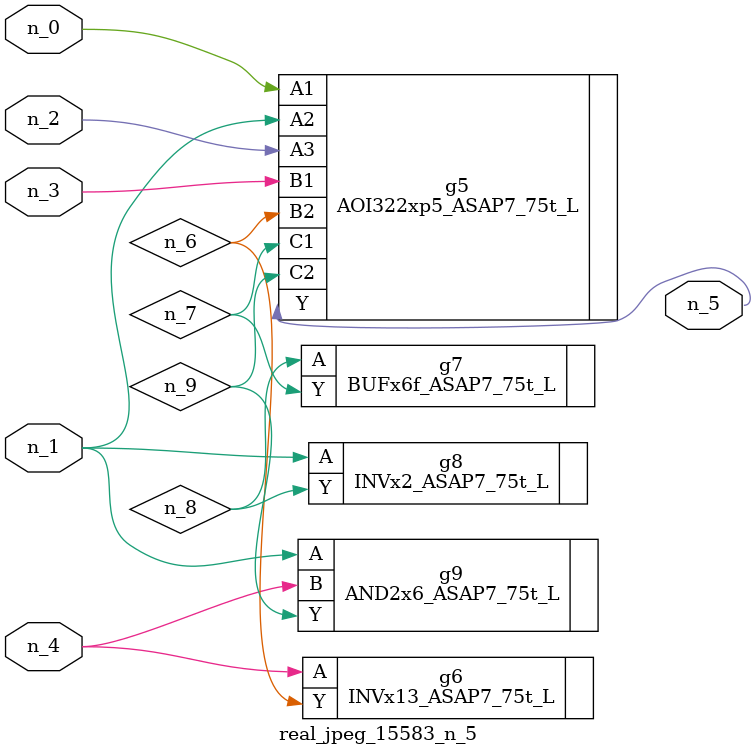
<source format=v>
module real_jpeg_15583_n_5 (n_4, n_0, n_1, n_2, n_3, n_5);

input n_4;
input n_0;
input n_1;
input n_2;
input n_3;

output n_5;

wire n_8;
wire n_6;
wire n_7;
wire n_9;

AOI322xp5_ASAP7_75t_L g5 ( 
.A1(n_0),
.A2(n_1),
.A3(n_2),
.B1(n_3),
.B2(n_6),
.C1(n_7),
.C2(n_9),
.Y(n_5)
);

INVx2_ASAP7_75t_L g8 ( 
.A(n_1),
.Y(n_8)
);

AND2x6_ASAP7_75t_L g9 ( 
.A(n_1),
.B(n_4),
.Y(n_9)
);

INVx13_ASAP7_75t_L g6 ( 
.A(n_4),
.Y(n_6)
);

BUFx6f_ASAP7_75t_L g7 ( 
.A(n_8),
.Y(n_7)
);


endmodule
</source>
